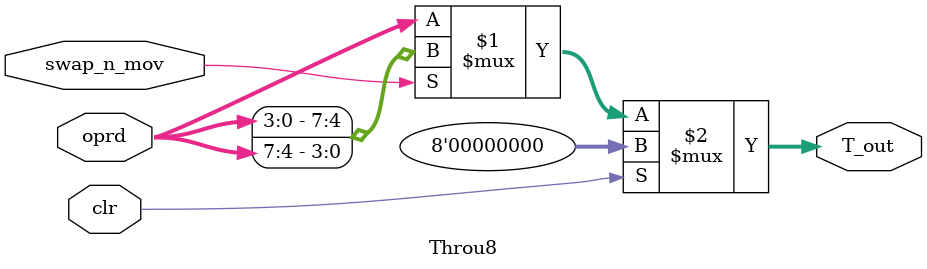
<source format=v>
`timescale 1ns / 1ps


module Throu8(
    input   [7:0]   oprd,
    input           clr,                // 0x00 ->  T_ou
    input           swap_n_mov,         // 0: oprd -> T_out ; 1: {oprd[3:0], oprd[7:4]} -> T_out
    output  [7:0]   T_out
    );
    
    assign T_out = clr ? 8'h00: (swap_n_mov ? {oprd[3:0], oprd[7:4]} : oprd);
    
endmodule

</source>
